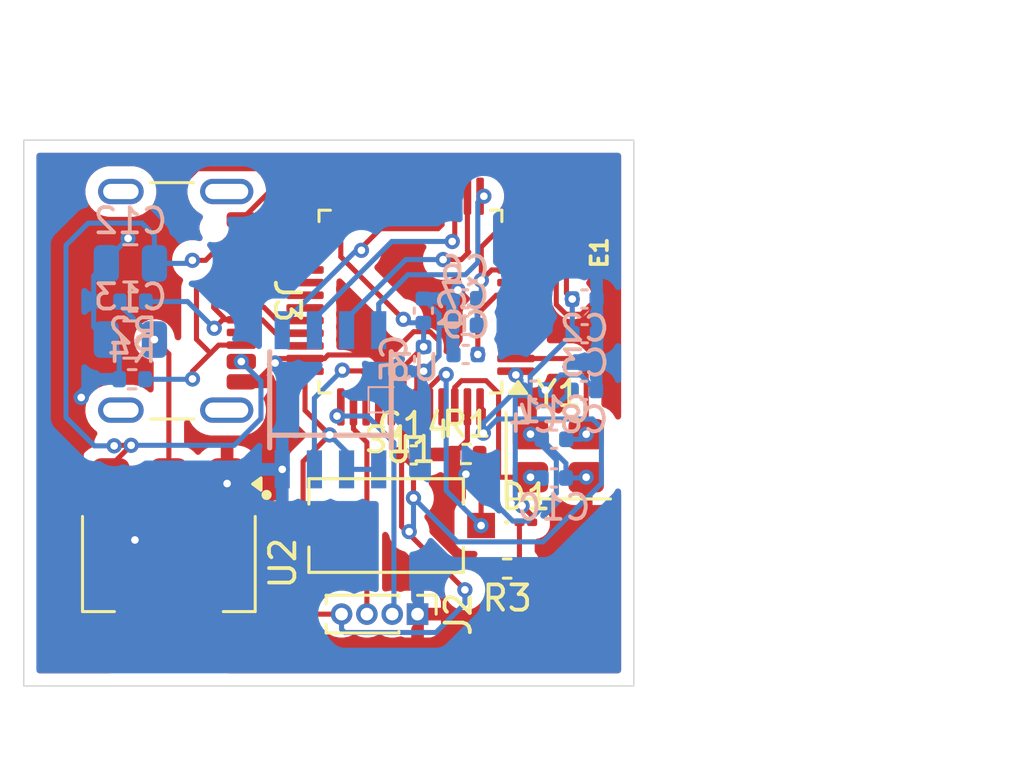
<source format=kicad_pcb>
(kicad_pcb (version 20241229) (generator "pcbnew") (generator_version "9.0")
  (layers (0 "F.Cu" signal) (2 "B.Cu" signal) (13 "F.Paste" user) (15 "B.Paste" user) (5 "F.SilkS" user "F.Silkscreen") (7 "B.SilkS" user "B.Silkscreen") (1 "F.Mask" user) (3 "B.Mask" user) (25 "Edge.Cuts" user))
  (net 0 "")
  (net 1 "GND")
  (net 2 "+3V3")
  (net 3 "+3.3VA")
  (net 4 "/NRST")
  (net 5 "/HSE_IN")
  (net 6 "/HSE_OUT")
  (net 7 "VBUS")
  (net 8 "/PWR_LED")
  (net 9 "/SWCLK")
  (net 10 "/SWDIO")
  (net 11 "/BOOT")
  (net 12 "/PGO_CTRL")
  (net 15 "/SDA")
  (net 17 "/S_OUT")
  (net 21 "/SCL")
  (net 33 "/DIR_CTRL")
  (net 40 "/D-")
  (net 41 "/D+")
  (net 42 "/CC")
  (footprint "Package_TO_SOT_SMD:SOT-223-3_TabPin2" (layer "F.Cu") (at 118.07 75.01 -90)
    (property "Reference" "U2" (at 0 -4.5 90) (layer "F.SilkS"))
    (property "Value" "AMS1117-3.3")
    (pad "1" smd roundrect (at -3.15 -2.3 270) (size 2 1.5) (layers "F.Cu" "F.Mask" "F.Paste") (net 1 "GND"))
    (pad "2" smd roundrect (at -3.15 0 270) (size 2 1.5) (layers "F.Cu" "F.Mask" "F.Paste") (net 2 "+3V3"))
    (pad "2" smd roundrect (at 3.15 0 270) (size 2 3.8) (layers "F.Cu" "F.Mask" "F.Paste") (net 2 "+3V3"))
    (pad "3" smd roundrect (at -3.15 2.3 270) (size 2 1.5) (layers "F.Cu" "F.Mask" "F.Paste") (net 7 "VBUS"))
  )
  (footprint "Capacitor_SMD:C_0402_1005Metric" (layer "F.Cu") (at 127.74 70.73)
    (property "Reference" "C14" (at 0 -1.16 0) (layer "F.SilkS"))
    (property "Value" "100n")
    (pad "1" smd roundrect (at -0.48 0) (size 0.56 0.62) (layers "F.Cu" "F.Mask" "F.Paste") (net 2 "+3V3"))
    (pad "2" smd roundrect (at 0.48 0) (size 0.56 0.62) (layers "F.Cu" "F.Mask" "F.Paste") (net 1 "GND"))
  )
  (footprint "Package_QFP:LQFP-48_7x7mm_P0.5mm" (layer "F.Cu") (at 127.61 64.67 180)
    (property "Reference" "U1" (at 0 -5.85 0) (layer "F.SilkS"))
    (property "Value" "STM32F103C8Tx")
    (pad "1" smd roundrect (at -4.1625 -2.75 180) (size 1.475 0.3) (layers "F.Cu" "F.Mask" "F.Paste") (net 2 "+3V3"))
    (pad "2" smd roundrect (at -4.1625 -2.25 180) (size 1.475 0.3) (layers "F.Cu" "F.Mask" "F.Paste") (net 6 "/HSE_OUT"))
    (pad "3" smd roundrect (at -4.1625 -1.75 180) (size 1.475 0.3) (layers "F.Cu" "F.Mask" "F.Paste"))
    (pad "4" smd roundrect (at -4.1625 -1.25 180) (size 1.475 0.3) (layers "F.Cu" "F.Mask" "F.Paste"))
    (pad "5" smd roundrect (at -4.1625 -0.75 180) (size 1.475 0.3) (layers "F.Cu" "F.Mask" "F.Paste"))
    (pad "6" smd roundrect (at -4.1625 -0.25 180) (size 1.475 0.3) (layers "F.Cu" "F.Mask" "F.Paste"))
    (pad "7" smd roundrect (at -4.1625 0.25 180) (size 1.475 0.3) (layers "F.Cu" "F.Mask" "F.Paste") (net 4 "/NRST"))
    (pad "8" smd roundrect (at -4.1625 0.75 180) (size 1.475 0.3) (layers "F.Cu" "F.Mask" "F.Paste") (net 1 "GND"))
    (pad "9" smd roundrect (at -4.1625 1.25 180) (size 1.475 0.3) (layers "F.Cu" "F.Mask" "F.Paste") (net 3 "+3.3VA"))
    (pad "10" smd roundrect (at -4.1625 1.75 180) (size 1.475 0.3) (layers "F.Cu" "F.Mask" "F.Paste"))
    (pad "11" smd roundrect (at -4.1625 2.25 180) (size 1.475 0.3) (layers "F.Cu" "F.Mask" "F.Paste"))
    (pad "12" smd roundrect (at -4.1625 2.75 180) (size 1.475 0.3) (layers "F.Cu" "F.Mask" "F.Paste") (net 3 "+3.3VA"))
    (pad "13" smd roundrect (at -2.75 4.1625 180) (size 0.3 1.475) (layers "F.Cu" "F.Mask" "F.Paste") (net 33 "/DIR_CTRL"))
    (pad "14" smd roundrect (at -2.25 4.1625 180) (size 0.3 1.475) (layers "F.Cu" "F.Mask" "F.Paste") (net 21 "/SCL"))
    (pad "15" smd roundrect (at -1.75 4.1625 180) (size 0.3 1.475) (layers "F.Cu" "F.Mask" "F.Paste") (net 15 "/SDA"))
    (pad "16" smd roundrect (at -1.25 4.1625 180) (size 0.3 1.475) (layers "F.Cu" "F.Mask" "F.Paste") (net 12 "/PGO_CTRL"))
    (pad "17" smd roundrect (at -0.75 4.1625 180) (size 0.3 1.475) (layers "F.Cu" "F.Mask" "F.Paste"))
    (pad "18" smd roundrect (at -0.25 4.1625 180) (size 0.3 1.475) (layers "F.Cu" "F.Mask" "F.Paste"))
    (pad "19" smd roundrect (at 0.25 4.1625 180) (size 0.3 1.475) (layers "F.Cu" "F.Mask" "F.Paste"))
    (pad "20" smd roundrect (at 0.75 4.1625 180) (size 0.3 1.475) (layers "F.Cu" "F.Mask" "F.Paste"))
    (pad "21" smd roundrect (at 1.25 4.1625 180) (size 0.3 1.475) (layers "F.Cu" "F.Mask" "F.Paste"))
    (pad "22" smd roundrect (at 1.75 4.1625 180) (size 0.3 1.475) (layers "F.Cu" "F.Mask" "F.Paste"))
    (pad "23" smd roundrect (at 2.25 4.1625 180) (size 0.3 1.475) (layers "F.Cu" "F.Mask" "F.Paste") (net 1 "GND"))
    (pad "24" smd roundrect (at 2.75 4.1625 180) (size 0.3 1.475) (layers "F.Cu" "F.Mask" "F.Paste") (net 2 "+3V3"))
    (pad "25" smd roundrect (at 4.1625 2.75 180) (size 1.475 0.3) (layers "F.Cu" "F.Mask" "F.Paste"))
    (pad "26" smd roundrect (at 4.1625 2.25 180) (size 1.475 0.3) (layers "F.Cu" "F.Mask" "F.Paste"))
    (pad "27" smd roundrect (at 4.1625 1.75 180) (size 1.475 0.3) (layers "F.Cu" "F.Mask" "F.Paste"))
    (pad "28" smd roundrect (at 4.1625 1.25 180) (size 1.475 0.3) (layers "F.Cu" "F.Mask" "F.Paste"))
    (pad "29" smd roundrect (at 4.1625 0.75 180) (size 1.475 0.3) (layers "F.Cu" "F.Mask" "F.Paste"))
    (pad "30" smd roundrect (at 4.1625 0.25 180) (size 1.475 0.3) (layers "F.Cu" "F.Mask" "F.Paste"))
    (pad "31" smd roundrect (at 4.1625 -0.25 180) (size 1.475 0.3) (layers "F.Cu" "F.Mask" "F.Paste"))
    (pad "32" smd roundrect (at 4.1625 -0.75 180) (size 1.475 0.3) (layers "F.Cu" "F.Mask" "F.Paste") (net 40 "/D-"))
    (pad "33" smd roundrect (at 4.1625 -1.25 180) (size 1.475 0.3) (layers "F.Cu" "F.Mask" "F.Paste") (net 41 "/D+"))
    (pad "34" smd roundrect (at 4.1625 -1.75 180) (size 1.475 0.3) (layers "F.Cu" "F.Mask" "F.Paste"))
    (pad "35" smd roundrect (at 4.1625 -2.25 180) (size 1.475 0.3) (layers "F.Cu" "F.Mask" "F.Paste") (net 1 "GND"))
    (pad "36" smd roundrect (at 4.1625 -2.75 180) (size 1.475 0.3) (layers "F.Cu" "F.Mask" "F.Paste") (net 2 "+3V3"))
    (pad "37" smd roundrect (at 2.75 -4.1625 180) (size 0.3 1.475) (layers "F.Cu" "F.Mask" "F.Paste") (net 9 "/SWCLK"))
    (pad "38" smd roundrect (at 2.25 -4.1625 180) (size 0.3 1.475) (layers "F.Cu" "F.Mask" "F.Paste") (net 10 "/SWDIO"))
    (pad "39" smd roundrect (at 1.75 -4.1625 180) (size 0.3 1.475) (layers "F.Cu" "F.Mask" "F.Paste") (net 17 "/S_OUT"))
    (pad "40" smd roundrect (at 1.25 -4.1625 180) (size 0.3 1.475) (layers "F.Cu" "F.Mask" "F.Paste"))
    (pad "41" smd roundrect (at 0.75 -4.1625 180) (size 0.3 1.475) (layers "F.Cu" "F.Mask" "F.Paste"))
    (pad "42" smd roundrect (at 0.25 -4.1625 180) (size 0.3 1.475) (layers "F.Cu" "F.Mask" "F.Paste") (net 2 "+3V3"))
    (pad "43" smd roundrect (at -0.25 -4.1625 180) (size 0.3 1.475) (layers "F.Cu" "F.Mask" "F.Paste") (net 1 "GND"))
    (pad "44" smd roundrect (at -0.75 -4.1625 180) (size 0.3 1.475) (layers "F.Cu" "F.Mask" "F.Paste") (net 11 "/BOOT"))
    (pad "45" smd roundrect (at -1.25 -4.1625 180) (size 0.3 1.475) (layers "F.Cu" "F.Mask" "F.Paste"))
    (pad "46" smd roundrect (at -1.75 -4.1625 180) (size 0.3 1.475) (layers "F.Cu" "F.Mask" "F.Paste") (net 5 "/HSE_IN"))
    (pad "47" smd roundrect (at -2.25 -4.1625 180) (size 0.3 1.475) (layers "F.Cu" "F.Mask" "F.Paste") (net 1 "GND"))
    (pad "48" smd roundrect (at -2.75 -4.1625 180) (size 0.3 1.475) (layers "F.Cu" "F.Mask" "F.Paste") (net 2 "+3V3"))
  )
  (footprint "Resistor_SMD:R_0402_1005Metric" (layer "F.Cu") (at 129.83 70.69)
    (property "Reference" "R1" (at 0 -1.17 0) (layer "F.SilkS"))
    (property "Value" "10k")
    (pad "1" smd roundrect (at -0.51 0) (size 0.54 0.64) (layers "F.Cu" "F.Mask" "F.Paste") (net 1 "GND"))
    (pad "2" smd roundrect (at 0.51 0) (size 0.54 0.64) (layers "F.Cu" "F.Mask" "F.Paste") (net 11 "/BOOT"))
  )
  (footprint "Connector_PinHeader_1.00mm:PinHeader_1x04_P1.00mm_Vertical" (layer "F.Cu") (at 127.89 77.02 -90)
    (property "Reference" "J2" (at 0 -1.61 90) (layer "F.SilkS"))
    (property "Value" "Conn_01x04_Pin")
    (pad "1" thru_hole rect (at 0 0 270) (size 0.85 0.85) (drill 0.5) (layers "*.Cu" "*.Mask") (net 1 "GND"))
    (pad "2" thru_hole circle (at 0 1 270) (size 0.85 0.85) (drill 0.5) (layers "*.Cu" "*.Mask") (net 9 "/SWCLK"))
    (pad "3" thru_hole circle (at 0 2 270) (size 0.85 0.85) (drill 0.5) (layers "*.Cu" "*.Mask") (net 10 "/SWDIO"))
    (pad "4" thru_hole circle (at 0 3 270) (size 0.85 0.85) (drill 0.5) (layers "*.Cu" "*.Mask") (net 2 "+3V3"))
  )
  (footprint "Resistor_SMD:R_0402_1005Metric" (layer "F.Cu") (at 131.43 75.22 180)
    (property "Reference" "R3" (at 0 -1.17 0) (layer "F.SilkS"))
    (property "Value" "1k5")
    (pad "1" smd roundrect (at -0.51 0 180) (size 0.54 0.64) (layers "F.Cu" "F.Mask" "F.Paste") (net 8 "/PWR_LED"))
    (pad "2" smd roundrect (at 0.51 0 180) (size 0.54 0.64) (layers "F.Cu" "F.Mask" "F.Paste") (net 1 "GND"))
  )
  (footprint "Connector_USB:USB_C_Receptacle_GCT_USB4105-xx-A_16P_TopMnt_Horizontal" (layer "F.Cu") (at 117.25 64.64 -90)
    (property "Reference" "J3" (at 0 -5.5 270) (layer "F.SilkS"))
    (property "Value" "USB_C_Receptacle_USB2.0_14P")
    (pad "" np_thru_hole circle (at -2.89 -2.605 270) (size 0.65 0.65) (drill 0.65) (layers "*.Cu" "*.Mask"))
    (pad "" np_thru_hole circle (at 2.89 -2.605 270) (size 0.65 0.65) (drill 0.65) (layers "*.Cu" "*.Mask"))
    (pad "A1" smd roundrect (at -3.2 -3.68 270) (size 0.6 1.15) (layers "F.Cu" "F.Mask" "F.Paste") (net 1 "GND"))
    (pad "A4" smd roundrect (at -2.4 -3.68 270) (size 0.6 1.15) (layers "F.Cu" "F.Mask" "F.Paste") (net 7 "VBUS"))
    (pad "A5" smd roundrect (at -1.25 -3.68 270) (size 0.3 1.15) (layers "F.Cu" "F.Mask" "F.Paste") (net 42 "/CC"))
    (pad "A6" smd roundrect (at -0.25 -3.68 270) (size 0.3 1.15) (layers "F.Cu" "F.Mask" "F.Paste") (net 41 "/D+"))
    (pad "A7" smd roundrect (at 0.25 -3.68 270) (size 0.3 1.15) (layers "F.Cu" "F.Mask" "F.Paste") (net 40 "/D-"))
    (pad "A8" smd roundrect (at 1.25 -3.68 270) (size 0.3 1.15) (layers "F.Cu" "F.Mask" "F.Paste"))
    (pad "A9" smd roundrect (at 2.4 -3.68 270) (size 0.6 1.15) (layers "F.Cu" "F.Mask" "F.Paste") (net 7 "VBUS"))
    (pad "A12" smd roundrect (at 3.2 -3.68 270) (size 0.6 1.15) (layers "F.Cu" "F.Mask" "F.Paste") (net 1 "GND"))
    (pad "B1" smd roundrect (at 3.2 -3.68 270) (size 0.6 1.15) (layers "F.Cu" "F.Mask" "F.Paste") (net 1 "GND"))
    (pad "B4" smd roundrect (at 2.4 -3.68 270) (size 0.6 1.15) (layers "F.Cu" "F.Mask" "F.Paste") (net 7 "VBUS"))
    (pad "B5" smd roundrect (at 1.75 -3.68 270) (size 0.3 1.15) (layers "F.Cu" "F.Mask" "F.Paste") (net 42 "/CC"))
    (pad "B6" smd roundrect (at 0.75 -3.68 270) (size 0.3 1.15) (layers "F.Cu" "F.Mask" "F.Paste") (net 41 "/D+"))
    (pad "B7" smd roundrect (at -0.75 -3.68 270) (size 0.3 1.15) (layers "F.Cu" "F.Mask" "F.Paste") (net 40 "/D-"))
    (pad "B8" smd roundrect (at -1.75 -3.68 270) (size 0.3 1.15) (layers "F.Cu" "F.Mask" "F.Paste"))
    (pad "B9" smd roundrect (at -2.4 -3.68 270) (size 0.6 1.15) (layers "F.Cu" "F.Mask" "F.Paste") (net 7 "VBUS"))
    (pad "B12" smd roundrect (at -3.2 -3.68 270) (size 0.6 1.15) (layers "F.Cu" "F.Mask" "F.Paste") (net 1 "GND"))
    (pad "S1" thru_hole oval (at -4.32 -3.105 270) (size 1 2.1) (drill oval 0.6 1.7) (property pad_prop_heatsink) (layers "*.Cu" "*.Mask" "F.Paste"))
    (pad "S1" thru_hole oval (at -4.32 1.075 270) (size 1 1.8) (drill oval 0.6 1.4) (property pad_prop_heatsink) (layers "*.Cu" "*.Mask" "F.Paste"))
    (pad "S1" thru_hole oval (at 4.32 -3.105 270) (size 1 2.1) (drill oval 0.6 1.7) (property pad_prop_heatsink) (layers "*.Cu" "*.Mask" "F.Paste"))
    (pad "S1" thru_hole oval (at 4.32 1.075 270) (size 1 1.8) (drill oval 0.6 1.4) (property pad_prop_heatsink) (layers "*.Cu" "*.Mask" "F.Paste"))
  )
  (footprint "LED_SMD:LED_01005_0402Metric" (layer "F.Cu") (at 132.165 73.39)
    (property "Reference" "D1" (at 0 -1 0) (layer "F.SilkS"))
    (property "Value" "LED")
    (pad "1" smd roundrect (at -0.25 0) (size 0.4 0.3) (layers "F.Cu" "F.Mask") (net 8 "/PWR_LED"))
    (pad "2" smd roundrect (at 0.25 0) (size 0.4 0.3) (layers "F.Cu" "F.Mask") (net 2 "+3V3"))
  )
  (footprint "LI0603G121R-10:FB_LI0603G121R-10" (layer "F.Cu") (at 133.77 62.26 -90)
    (property "Reference" "E1" (at 0.482 -1.3064 90) (layer "F.SilkS") (effects (font (size 0.64 0.64))))
    (property "Value" "LI0603G121R-10")
    (pad "1" smd rect (at -0.8 0 270) (size 1 0.8) (layers "F.Cu" "F.Mask" "F.Paste") (net 3 "+3.3VA"))
    (pad "2" smd rect (at 0.8 0 270) (size 1 0.8) (layers "F.Cu" "F.Mask" "F.Paste") (net 2 "+3V3"))
  )
  (footprint "TS09-63-25-R-260-SMT-TR:SW_TS09-63-25-R-260-SMT-TR" (layer "F.Cu") (at 126.65 73.52)
    (property "Reference" "S1" (at 0.075 -3.385 0) (layer "F.SilkS"))
    (property "Value" "TS09-63-25-R-260-SMT-TR")
    (pad "1" smd rect (at -3.75 0) (size 1.1 1) (layers "F.Cu" "F.Mask" "F.Paste") (net 2 "+3V3"))
    (pad "2" smd rect (at 3.75 0) (size 1.1 1) (layers "F.Cu" "F.Mask" "F.Paste") (net 11 "/BOOT"))
  )
  (footprint "Crystal:Crystal_SMD_3225-4Pin_3.2x2.5mm" (layer "F.Cu") (at 133.45 70.76)
    (property "Reference" "Y1" (at 0 -2.45 0) (layer "F.SilkS"))
    (property "Value" "8MHz")
    (pad "1" smd roundrect (at -1.1 0.85) (size 1.4 1.2) (layers "F.Cu" "F.Mask" "F.Paste") (roundrect_rratio 0.208333) (net 5 "/HSE_IN"))
    (pad "2" smd roundrect (at 1.1 0.85) (size 1.4 1.2) (layers "F.Cu" "F.Mask" "F.Paste") (roundrect_rratio 0.208333) (net 1 "GND"))
    (pad "3" smd roundrect (at 1.1 -0.85) (size 1.4 1.2) (layers "F.Cu" "F.Mask" "F.Paste") (roundrect_rratio 0.208333) (net 6 "/HSE_OUT"))
    (pad "4" smd roundrect (at -1.1 -0.85) (size 1.4 1.2) (layers "F.Cu" "F.Mask" "F.Paste") (roundrect_rratio 0.208333) (net 1 "GND"))
  )
  (footprint "Capacitor_SMD:C_0402_1005Metric" (layer "B.Cu") (at 134.46 68.18)
    (property "Reference" "C8" (at 0 1.16 0) (layer "B.SilkS") (effects (justify mirror)))
    (property "Value" "1u")
    (pad "1" smd roundrect (at -0.48 0) (size 0.56 0.62) (layers "B.Cu" "B.Mask" "B.Paste") (net 2 "+3V3"))
    (pad "2" smd roundrect (at 0.48 0) (size 0.56 0.62) (layers "B.Cu" "B.Mask" "B.Paste") (net 1 "GND"))
  )
  (footprint "Capacitor_SMD:C_0402_1005Metric" (layer "B.Cu") (at 134.48 64.57)
    (property "Reference" "C2" (at 0 1.16 0) (layer "B.SilkS") (effects (justify mirror)))
    (property "Value" "100n")
    (pad "1" smd roundrect (at -0.48 0) (size 0.56 0.62) (layers "B.Cu" "B.Mask" "B.Paste") (net 2 "+3V3"))
    (pad "2" smd roundrect (at 0.48 0) (size 0.56 0.62) (layers "B.Cu" "B.Mask" "B.Paste") (net 1 "GND"))
  )
  (footprint "Capacitor_SMD:C_0805_2012Metric" (layer "B.Cu") (at 116.55 63.16 180)
    (property "Reference" "C12" (at 0 1.68 0) (layer "B.SilkS") (effects (justify mirror)))
    (property "Value" "22u")
    (pad "1" smd roundrect (at -0.95 0 180) (size 1 1.45) (layers "B.Cu" "B.Mask" "B.Paste") (net 7 "VBUS"))
    (pad "2" smd roundrect (at 0.95 0 180) (size 1 1.45) (layers "B.Cu" "B.Mask" "B.Paste") (net 1 "GND"))
  )
  (footprint "Capacitor_SMD:C_0402_1005Metric" (layer "B.Cu") (at 129.75 65.61 180)
    (property "Reference" "C7" (at 0 1.16 0) (layer "B.SilkS") (effects (justify mirror)))
    (property "Value" "1u")
    (pad "1" smd roundrect (at -0.48 0 180) (size 0.56 0.62) (layers "B.Cu" "B.Mask" "B.Paste") (net 3 "+3.3VA"))
    (pad "2" smd roundrect (at 0.48 0 180) (size 0.56 0.62) (layers "B.Cu" "B.Mask" "B.Paste") (net 1 "GND"))
  )
  (footprint "Capacitor_SMD:C_0402_1005Metric" (layer "B.Cu") (at 132.46 68.17)
    (property "Reference" "C4" (at 0 1.16 0) (layer "B.SilkS") (effects (justify mirror)))
    (property "Value" "100n")
    (pad "1" smd roundrect (at -0.48 0) (size 0.56 0.62) (layers "B.Cu" "B.Mask" "B.Paste") (net 2 "+3V3"))
    (pad "2" smd roundrect (at 0.48 0) (size 0.56 0.62) (layers "B.Cu" "B.Mask" "B.Paste") (net 1 "GND"))
  )
  (footprint "AS5600:SOIC8" (layer "B.Cu") (at 124.45175 68.55 180)
    (property "Reference" "U3" (at -3.302 1.27 0) (layer "B.SilkS") (effects (justify mirror)))
    (property "Value" "AS5600")
    (pad "1" smd rect (at -1.905 -2.75 180) (size 0.6 1.5) (layers "B.Cu" "B.Mask" "B.Paste") (net 2 "+3V3"))
    (pad "2" smd rect (at -0.635 -2.75 180) (size 0.6 1.5) (layers "B.Cu" "B.Mask" "B.Paste") (net 2 "+3V3"))
    (pad "3" smd rect (at 0.635 -2.75 180) (size 0.6 1.5) (layers "B.Cu" "B.Mask" "B.Paste") (net 17 "/S_OUT"))
    (pad "4" smd rect (at 1.905 -2.75 180) (size 0.6 1.5) (layers "B.Cu" "B.Mask" "B.Paste") (net 1 "GND"))
    (pad "5" smd rect (at 1.905 2.75 180) (size 0.6 1.5) (layers "B.Cu" "B.Mask" "B.Paste") (net 12 "/PGO_CTRL"))
    (pad "6" smd rect (at 0.635 2.75 180) (size 0.6 1.5) (layers "B.Cu" "B.Mask" "B.Paste") (net 15 "/SDA"))
    (pad "7" smd rect (at -0.635 2.75 180) (size 0.6 1.5) (layers "B.Cu" "B.Mask" "B.Paste") (net 21 "/SCL"))
    (pad "8" smd rect (at -1.905 2.75 180) (size 0.6 1.5) (layers "B.Cu" "B.Mask" "B.Paste") (net 33 "/DIR_CTRL"))
  )
  (footprint "Capacitor_SMD:C_0402_1005Metric" (layer "B.Cu") (at 128.12 65.03 90)
    (property "Reference" "C1" (at 0 1.16 90) (layer "B.SilkS") (effects (justify mirror)))
    (property "Value" "100n")
    (pad "1" smd roundrect (at -0.48 0 90) (size 0.56 0.62) (layers "B.Cu" "B.Mask" "B.Paste") (net 2 "+3V3"))
    (pad "2" smd roundrect (at 0.48 0 90) (size 0.56 0.62) (layers "B.Cu" "B.Mask" "B.Paste") (net 1 "GND"))
  )
  (footprint "Capacitor_SMD:C_0805_2012Metric" (layer "B.Cu") (at 116.55 66.17 180)
    (property "Reference" "C13" (at 0 1.68 0) (layer "B.SilkS") (effects (justify mirror)))
    (property "Value" "22u")
    (pad "1" smd roundrect (at -0.95 0 180) (size 1 1.45) (layers "B.Cu" "B.Mask" "B.Paste") (net 2 "+3V3"))
    (pad "2" smd roundrect (at 0.95 0 180) (size 1 1.45) (layers "B.Cu" "B.Mask" "B.Paste") (net 1 "GND"))
  )
  (footprint "Capacitor_SMD:C_0402_1005Metric" (layer "B.Cu") (at 129.76 64.56 180)
    (property "Reference" "C6" (at 0 1.16 0) (layer "B.SilkS") (effects (justify mirror)))
    (property "Value" "10u")
    (pad "1" smd roundrect (at -0.48 0 180) (size 0.56 0.62) (layers "B.Cu" "B.Mask" "B.Paste") (net 3 "+3.3VA"))
    (pad "2" smd roundrect (at 0.48 0 180) (size 0.56 0.62) (layers "B.Cu" "B.Mask" "B.Paste") (net 1 "GND"))
  )
  (footprint "Resistor_SMD:R_0402_1005Metric" (layer "B.Cu") (at 116.62 67.74 180)
    (property "Reference" "R4" (at 0 1.17 0) (layer "B.SilkS") (effects (justify mirror)))
    (property "Value" "5k1")
    (pad "1" smd roundrect (at -0.51 0 180) (size 0.54 0.64) (layers "B.Cu" "B.Mask" "B.Paste") (net 42 "/CC"))
    (pad "2" smd roundrect (at 0.51 0 180) (size 0.54 0.64) (layers "B.Cu" "B.Mask" "B.Paste") (net 1 "GND"))
  )
  (footprint "Capacitor_SMD:C_0402_1005Metric" (layer "B.Cu") (at 133.27 71.64)
    (property "Reference" "C10" (at 0 1.16 0) (layer "B.SilkS") (effects (justify mirror)))
    (property "Value" "10p")
    (pad "1" smd roundrect (at -0.48 0) (size 0.56 0.62) (layers "B.Cu" "B.Mask" "B.Paste") (net 5 "/HSE_IN"))
    (pad "2" smd roundrect (at 0.48 0) (size 0.56 0.62) (layers "B.Cu" "B.Mask" "B.Paste") (net 1 "GND"))
  )
  (footprint "Capacitor_SMD:C_0402_1005Metric" (layer "B.Cu") (at 133.28 70.11 180)
    (property "Reference" "C11" (at 0 1.16 0) (layer "B.SilkS") (effects (justify mirror)))
    (property "Value" "10p")
    (pad "1" smd roundrect (at -0.48 0 180) (size 0.56 0.62) (layers "B.Cu" "B.Mask" "B.Paste") (net 6 "/HSE_OUT"))
    (pad "2" smd roundrect (at 0.48 0 180) (size 0.56 0.62) (layers "B.Cu" "B.Mask" "B.Paste") (net 1 "GND"))
  )
  (footprint "Capacitor_SMD:C_0402_1005Metric" (layer "B.Cu") (at 129.79 66.76 180)
    (property "Reference" "C9" (at 0 1.16 0) (layer "B.SilkS") (effects (justify mirror)))
    (property "Value" "100n")
    (pad "1" smd roundrect (at -0.48 0 180) (size 0.56 0.62) (layers "B.Cu" "B.Mask" "B.Paste") (net 4 "/NRST"))
    (pad "2" smd roundrect (at 0.48 0 180) (size 0.56 0.62) (layers "B.Cu" "B.Mask" "B.Paste") (net 1 "GND"))
  )
  (footprint "Capacitor_SMD:C_0402_1005Metric" (layer "B.Cu") (at 128.13 66.94 -90)
    (property "Reference" "C5" (at 0 1.16 90) (layer "B.SilkS") (effects (justify mirror)))
    (property "Value" "10u")
    (pad "1" smd roundrect (at -0.48 0 270) (size 0.56 0.62) (layers "B.Cu" "B.Mask" "B.Paste") (net 2 "+3V3"))
    (pad "2" smd roundrect (at 0.48 0 270) (size 0.56 0.62) (layers "B.Cu" "B.Mask" "B.Paste") (net 1 "GND"))
  )
  (footprint "Capacitor_SMD:C_0402_1005Metric" (layer "B.Cu") (at 134.49 65.94)
    (property "Reference" "C3" (at 0 1.16 0) (layer "B.SilkS") (effects (justify mirror)))
    (property "Value" "100n")
    (pad "1" smd roundrect (at -0.48 0) (size 0.56 0.62) (layers "B.Cu" "B.Mask" "B.Paste") (net 2 "+3V3"))
    (pad "2" smd roundrect (at 0.48 0) (size 0.56 0.62) (layers "B.Cu" "B.Mask" "B.Paste") (net 1 "GND"))
  )
  (footprint "Resistor_SMD:R_0402_1005Metric" (layer "B.Cu") (at 116.65 64.67)
    (property "Reference" "R2" (at 0 1.17 0) (layer "B.SilkS") (effects (justify mirror)))
    (property "Value" "1k5")
    (pad "1" smd roundrect (at -0.51 0) (size 0.54 0.64) (layers "B.Cu" "B.Mask" "B.Paste") (net 2 "+3V3"))
    (pad "2" smd roundrect (at 0.51 0) (size 0.54 0.64) (layers "B.Cu" "B.Mask" "B.Paste") (net 41 "/D+"))
  )
  (gr_rect (start 112.34 58.29) (end 136.43 79.86) (stroke (width 0.05)) (fill no) (layer "Edge.Cuts"))
  (segment (start 129.86 70.15) (end 129.86 68.8325) (width 0.2) (layer "F.Cu") (net 1))
  (segment (start 116.043992 74.09) (end 116.73 74.09) (width 0.2) (layer "F.Cu") (net 1))
  (segment (start 114.61 72.656008) (end 116.043992 74.09) (width 0.2) (layer "F.Cu") (net 1))
  (segment (start 128.731 66.211057) (end 128.378943 65.859) (width 0.2) (layer "F.Cu") (net 1))
  (segment (start 133.369 63.92) (end 133.369 64.788943) (width 0.2) (layer "F.Cu") (net 1))
  (segment (start 127.7381 65.859) (end 126.8181 66.779) (width 0.2) (layer "F.Cu") (net 1))
  (segment (start 134.359 65.171) (end 135.29 64.24) (width 0.2) (layer "F.Cu") (net 1))
  (segment (start 131.7725 63.92) (end 133.369 63.92) (width 0.2) (layer "F.Cu") (net 1))
  (segment (start 130.2 77.02) (end 130.92 76.3) (width 0.2) (layer "F.Cu") (net 1))
  (segment (start 124.359824 66.779) (end 124.218824 66.92) (width 0.2) (layer "F.Cu") (net 1))
  (segment (start 130.92 75.22) (end 131.541 75.841) (width 0.2) (layer "F.Cu") (net 1))
  (segment (start 122.264415 67.097661) (end 122.442076 66.92) (width 0.2) (layer "F.Cu") (net 1))
  (segment (start 125.36 59.37) (end 125.36 60.5075) (width 0.2) (layer "F.Cu") (net 1))
  (segment (start 124.93 58.94) (end 125.36 59.37) (width 0.2) (layer "F.Cu") (net 1))
  (segment (start 128.378943 65.859) (end 128.24 65.859) (width 0.2) (layer "F.Cu") (net 1))
  (segment (start 133.369 64.788943) (end 133.751057 65.171) (width 0.2) (layer "F.Cu") (net 1))
  (segment (start 124.218824 66.92) (end 123.4475 66.92) (width 0.2) (layer "F.Cu") (net 1))
  (segment (start 116.46 62.16) (end 119.2 59.42) (width 0.2) (layer "F.Cu") (net 1))
  (segment (start 129.32 71.01) (end 129.8 71.49) (width 0.2) (layer "F.Cu") (net 1))
  (segment (start 128.731 66.819) (end 128.731 66.211057) (width 0.2) (layer "F.Cu") (net 1))
  (segment (start 126.8181 66.779) (end 124.359824 66.779) (width 0.2) (layer "F.Cu") (net 1))
  (segment (start 119.2 59.42) (end 122.95 59.42) (width 0.2) (layer "F.Cu") (net 1))
  (segment (start 133.751057 65.171) (end 134.359 65.171) (width 0.2) (layer "F.Cu") (net 1))
  (segment (start 121.98675 71.86) (end 122.54675 71.3) (width 0.2) (layer "F.Cu") (net 1))
  (segment (start 116.46 62.17) (end 116.46 62.16) (width 0.2) (layer "F.Cu") (net 1))
  (segment (start 132.25934 75.841) (end 134.55 73.55034) (width 0.2) (layer "F.Cu") (net 1))
  (segment (start 129.32 70.69) (end 129.86 70.15) (width 0.2) (layer "F.Cu") (net 1))
  (segment (start 120.93 61.44) (end 122.95 59.42) (width 0.2) (layer "F.Cu") (net 1))
  (segment (start 129.484097 64.21) (end 128.24 65.454097) (width 0.2) (layer "F.Cu") (net 1))
  (segment (start 127.86 67.69) (end 128.13 67.42) (width 0.2) (layer "F.Cu") (net 1))
  (segment (start 120.93 67.84) (end 121.522076 67.84) (width 0.2) (layer "F.Cu") (net 1))
  (segment (start 127.89 77.02) (end 130.2 77.02) (width 0.2) (layer "F.Cu") (net 1))
  (segment (start 128.13 67.42) (end 128.731 66.819) (width 0.2) (layer "F.Cu") (net 1))
  (segment (start 132.35 68.76) (end 132.94 68.17) (width 0.2) (layer "F.Cu") (net 1))
  (segment (start 131.541 75.841) (end 132.25934 75.841) (width 0.2) (layer "F.Cu") (net 1))
  (segment (start 128.22 70.73) (end 129.28 70.73) (width 0.2) (layer "F.Cu") (net 1))
  (segment (start 123.43 58.94) (end 124.93 58.94) (width 0.2) (layer "F.Cu") (net 1))
  (segment (start 122.95 59.42) (end 123.43 58.94) (width 0.2) (layer "F.Cu") (net 1))
  (segment (start 128.24 65.859) (end 127.7381 65.859) (width 0.2) (layer "F.Cu") (net 1))
  (segment (start 120.37 71.86) (end 121.98675 71.86) (width 0.2) (layer "F.Cu") (net 1))
  (segment (start 114.61 68.46) (end 114.61 72.656008) (width 0.2) (layer "F.Cu") (net 1))
  (segment (start 132.35 69.91) (end 132.35 68.76) (width 0.2) (layer "F.Cu") (net 1))
  (segment (start 127.86 70.37) (end 127.86 68.8325) (width 0.2) (layer "F.Cu") (net 1))
  (segment (start 127.86 68.8325) (end 127.86 67.69) (width 0.2) (layer "F.Cu") (net 1))
  (segment (start 128.22 70.73) (end 127.86 70.37) (width 0.2) (layer "F.Cu") (net 1))
  (segment (start 121.522076 67.84) (end 122.264415 67.097661) (width 0.2) (layer "F.Cu") (net 1))
  (segment (start 134.55 73.55034) (end 134.55 71.61) (width 0.2) (layer "F.Cu") (net 1))
  (segment (start 122.442076 66.92) (end 123.4475 66.92) (width 0.2) (layer "F.Cu") (net 1))
  (segment (start 129.28 70.73) (end 129.32 70.69) (width 0.2) (layer "F.Cu") (net 1))
  (segment (start 128.24 65.454097) (end 128.24 65.859) (width 0.2) (layer "F.Cu") (net 1))
  (segment (start 129.32 70.69) (end 129.32 71.01) (width 0.2) (layer "F.Cu") (net 1))
  (segment (start 130.92 76.3) (end 130.92 75.22) (width 0.2) (layer "F.Cu") (net 1))
  (via (at 114.61 68.46) (size 0.6) (drill 0.3) (layers "F.Cu" "B.Cu") (net 1))
  (via (at 129.8 71.49) (size 0.6) (drill 0.3) (layers "F.Cu" "B.Cu") (net 1))
  (via (at 129.484097 64.21) (size 0.6) (drill 0.3) (layers "F.Cu" "B.Cu") (net 1))
  (via (at 120.37 71.86) (size 0.6) (drill 0.3) (layers "F.Cu" "B.Cu") (net 1))
  (via (at 132.35 69.91) (size 0.6) (drill 0.3) (layers "F.Cu" "B.Cu") (net 1))
  (via (at 132.94 68.17) (size 0.6) (drill 0.3) (layers "F.Cu" "B.Cu") (net 1))
  (via (at 128.13 67.42) (size 0.6) (drill 0.3) (layers "F.Cu" "B.Cu") (net 1))
  (via (at 122.54675 71.3) (size 0.6) (drill 0.3) (layers "F.Cu" "B.Cu") (net 1))
  (via (at 116.73 74.09) (size 0.6) (drill 0.3) (layers "F.Cu" "B.Cu") (net 1))
  (via (at 122.264415 67.097661) (size 0.6) (drill 0.3) (layers "F.Cu" "B.Cu") (net 1))
  (via (at 116.46 62.17) (size 0.6) (drill 0.3) (layers "F.Cu" "B.Cu") (net 1))
  (via (at 134.55 71.61) (size 0.6) (drill 0.3) (layers "F.Cu" "B.Cu") (net 1))
  (segment (start 132.55 70.11) (end 132.35 69.91) (width 0.2) (layer "B.Cu") (net 1))
  (segment (start 115.6 66.17) (end 115.100062 65.670062) (width 0.2) (layer "B.Cu") (net 1))
  (segment (start 115.100062 63.659938) (end 115.6 63.16) (width 0.2) (layer "B.Cu") (net 1))
  (segment (start 133.541 67.569) (end 132.94 68.17) (width 0.2) (layer "B.Cu") (net 1))
  (segment (start 129.28 64.56) (end 129.28 64.414097) (width 0.2) (layer "B.Cu") (net 1))
  (segment (start 129.27 64.57) (end 129.28 64.56) (width 0.2) (layer "B.Cu") (net 1))
  (segment (start 129.27 65.61) (end 129.27 64.57) (width 0.2) (layer "B.Cu") (net 1))
  (segment (start 134.94 65.97) (end 134.97 65.94) (width 0.2) (layer "B.Cu") (net 1))
  (segment (start 128.741 66.809) (end 128.741 65.61) (width 0.2) (layer "B.Cu") (net 1))
  (segment (start 116.11 67.74) (end 115.06 67.74) (width 0.2) (layer "B.Cu") (net 1))
  (segment (start 122.54675 67.379996) (end 122.264415 67.097661) (width 0.2) (layer "B.Cu") (net 1))
  (segment (start 133.75 71.64) (end 134.52 71.64) (width 0.2) (layer "B.Cu") (net 1))
  (segment (start 131.651 73.341) (end 132.266484 73.341) (width 0.2) (layer "B.Cu") (net 1))
  (segment (start 115.06 67.74) (end 115 67.8) (width 0.2) (layer "B.Cu") (net 1))
  (segment (start 115 67.8) (end 114.411 68.389) (width 0.2) (layer "B.Cu") (net 1))
  (segment (start 129.27 65.61) (end 129.27 66.72) (width 0.2) (layer "B.Cu") (net 1))
  (segment (start 114.411 68.389) (end 114.411 68.46) (width 0.2) (layer "B.Cu") (net 1))
  (segment (start 134.52 71.64) (end 134.55 71.61) (width 0.2) (layer "B.Cu") (net 1))
  (segment (start 116.11 66.68) (end 115.6 66.17) (width 0.2) (layer "B.Cu") (net 1))
  (segment (start 129.28 64.414097) (end 129.484097 64.21) (width 0.2) (layer "B.Cu") (net 1))
  (segment (start 133.75 71.06) (end 132.8 70.11) (width 0.2) (layer "B.Cu") (net 1))
  (segment (start 129.8 71.49) (end 131.651 73.341) (width 0.2) (layer "B.Cu") (net 1))
  (segment (start 115.100062 65.670062) (end 115.100062 63.659938) (width 0.2) (layer "B.Cu") (net 1))
  (segment (start 134.94 68.18) (end 134.94 65.97) (width 0.2) (layer "B.Cu") (net 1))
  (segment (start 122.54675 71.3) (end 122.54675 67.379996) (width 0.2) (layer "B.Cu") (net 1))
  (segment (start 134.97 64.58) (end 134.96 64.57) (width 0.2) (layer "B.Cu") (net 1))
  (segment (start 134.97 65.94) (end 134.97 64.58) (width 0.2) (layer "B.Cu") (net 1))
  (segment (start 115.6 63.03) (end 116.46 62.17) (width 0.2) (layer "B.Cu") (net 1))
  (segment (start 133.75 71.64) (end 133.75 71.06) (width 0.2) (layer "B.Cu") (net 1))
  (segment (start 132.8 70.11) (end 132.55 70.11) (width 0.2) (layer "B.Cu") (net 1))
  (segment (start 132.266484 73.341) (end 133.371 72.236484) (width 0.2) (layer "B.Cu") (net 1))
  (segment (start 133.371 70.931) (end 132.35 69.91) (width 0.2) (layer "B.Cu") (net 1))
  (segment (start 115.6 63.16) (end 115.6 63.03) (width 0.2) (layer "B.Cu") (net 1))
  (segment (start 128.12 64.55) (end 129.27 64.55) (width 0.2) (layer "B.Cu") (net 1))
  (segment (start 128.13 67.42) (end 128.741 66.809) (width 0.2) (layer "B.Cu") (net 1))
  (segment (start 134.329 67.569) (end 133.541 67.569) (width 0.2) (layer "B.Cu") (net 1))
  (segment (start 129.27 65.61) (end 128.741 65.61) (width 0.2) (layer "B.Cu") (net 1))
  (segment (start 133.371 72.236484) (end 133.371 70.931) (width 0.2) (layer "B.Cu") (net 1))
  (segment (start 129.27 66.72) (end 129.31 66.76) (width 0.2) (layer "B.Cu") (net 1))
  (segment (start 129.27 64.55) (end 129.28 64.56) (width 0.2) (layer "B.Cu") (net 1))
  (segment (start 116.11 67.74) (end 116.11 66.68) (width 0.2) (layer "B.Cu") (net 1))
  (segment (start 116.73 74.09) (end 118.14 74.09) (width 0.2) (layer "B.Cu") (net 1))
  (segment (start 134.94 68.18) (end 134.329 67.569) (width 0.2) (layer "B.Cu") (net 1))
  (segment (start 114.411 68.46) (end 114.61 68.46) (width 0.2) (layer "B.Cu") (net 1))
  (segment (start 128.741 65.61) (end 128.741 65.171) (width 0.2) (layer "B.Cu") (net 1))
  (segment (start 128.741 65.171) (end 128.12 64.55) (width 0.2) (layer "B.Cu") (net 1))
  (segment (start 118.14 74.09) (end 120.37 71.86) (width 0.2) (layer "B.Cu") (net 1))
  (segment (start 124.89 77.02) (end 123.31 77.02) (width 0.2) (layer "F.Cu") (net 2))
  (segment (start 127.26 73.56) (end 129.76 76.06) (width 0.2) (layer "F.Cu") (net 2))
  (segment (start 127.73 72.43) (end 127.73 71.2) (width 0.2) (layer "F.Cu") (net 2))
  (segment (start 124.86 62.9) (end 124.86 60.5075) (width 0.2) (layer "F.Cu") (net 2))
  (segment (start 122.9 76.61) (end 122.9 77.29) (width 0.2) (layer "F.Cu") (net 2))
  (segment (start 123.37 70.984785) (end 124.41675 69.938035) (width 0.2) (layer "F.Cu") (net 2))
  (segment (start 127.36 68.8325) (end 127.36 67.23) (width 0.2) (layer "F.Cu") (net 2))
  (segment (start 123.4475 68.968785) (end 123.4475 67.42) (width 0.2) (layer "F.Cu") (net 2))
  (segment (start 133.77 64.34) (end 134 64.57) (width 0.2) (layer "F.Cu") (net 2))
  (segment (start 127.73 71.2) (end 127.26 70.73) (width 0.2) (layer "F.Cu") (net 2))
  (segment (start 118.07 66.74) (end 117.5 66.17) (width 0.2) (layer "F.Cu") (net 2))
  (segment (start 130.49 68.9625) (end 130.36 68.8325) (width 0.2) (layer "F.Cu") (net 2))
  (segment (start 118.07 78.16) (end 118.07 71.86) (width 0.2) (layer "F.Cu") (net 2))
  (segment (start 127.36 70.63) (end 127.36 68.8325) (width 0.2) (layer "F.Cu") (net 2))
  (segment (start 123.31 77.02) (end 122.9 76.61) (width 0.2) (layer "F.Cu") (net 2))
  (segment (start 118.07 71.86) (end 118.07 66.74) (width 0.2) (layer "F.Cu") (net 2))
  (segment (start 130.49 69.87) (end 130.49 68.9625) (width 0.2) (layer "F.Cu") (net 2))
  (segment (start 122.03 78.16) (end 118.07 78.16) (width 0.2) (layer "F.Cu") (net 2))
  (segment (start 127.26 70.73) (end 127.36 70.63) (width 0.2) (layer "F.Cu") (net 2))
  (segment (start 132.415 73.137459) (end 132.017541 72.74) (width 0.2) (layer "F.Cu") (net 2))
  (segment (start 122.9 77.29) (end 122.03 78.16) (width 0.2) (layer "F.Cu") (net 2))
  (segment (start 132.415 73.39) (end 132.415 73.137459) (width 0.2) (layer "F.Cu") (net 2))
  (segment (start 122.9 73.52) (end 123.37 73.05) (width 0.2) (layer "F.Cu") (net 2))
  (segment (start 127.26 70.73) (end 127.26 73.56) (width 0.2) (layer "F.Cu") (net 2))
  (segment (start 127.36 67.23) (end 128.13 66.46) (width 0.2) (layer "F.Cu") (net 2))
  (segment (start 123.37 73.05) (end 123.37 70.984785) (width 0.2) (layer "F.Cu") (net 2))
  (segment (start 124.41675 69.938035) (end 123.4475 68.968785) (width 0.2) (layer "F.Cu") (net 2))
  (segment (start 127.33 65.37) (end 124.86 62.9) (width 0.2) (layer "F.Cu") (net 2))
  (segment (start 122.9 73.52) (end 122.9 76.61) (width 0.2) (layer "F.Cu") (net 2))
  (segment (start 133.77 63.06) (end 133.77 64.34) (width 0.2) (layer "F.Cu") (net 2))
  (via (at 132.017541 72.74) (size 0.6) (drill 0.3) (layers "F.Cu" "B.Cu") (net 2))
  (via (at 127.73 72.43) (size 0.6) (drill 0.3) (layers "F.Cu" "B.Cu") (net 2))
  (via (at 127.33 65.37) (size 0.6) (drill 0.3) (layers "F.Cu" "B.Cu") (net 2))
  (via (at 131.7725 67.57) (size 0.6) (drill 0.3) (layers "F.Cu" "B.Cu") (net 2))
  (via (at 117.5 66.17) (size 0.6) (drill 0.3) (layers "F.Cu" "B.Cu") (net 2))
  (via (at 127.56 73.76) (size 0.6) (drill 0.3) (layers "F.Cu" "B.Cu") (net 2))
  (via (at 129.76 76.06) (size 0.6) (drill 0.3) (layers "F.Cu" "B.Cu") (net 2))
  (via (at 130.49 69.87) (size 0.6) (drill 0.3) (layers "F.Cu" "B.Cu") (net 2))
  (via (at 128.13 66.46) (size 0.6) (drill 0.3) (layers "F.Cu" "B.Cu") (net 2))
  (via (at 124.41675 69.938035) (size 0.6) (drill 0.3) (layers "F.Cu" "B.Cu") (net 2))
  (via (at 134 64.57) (size 0.6) (drill 0.3) (layers "F.Cu" "B.Cu") (net 2))
  (segment (start 129.76 76.602) (end 128.616 77.746) (width 0.2) (layer "B.Cu") (net 2))
  (segment (start 131.051 69.309) (end 134.798943 69.309) (width 0.2) (layer "B.Cu") (net 2))
  (segment (start 125.08675 71.3) (end 125.08675 70.608035) (width 0.2) (layer "B.Cu") (net 2))
  (segment (start 128.13 66.46) (end 128.13 65.52) (width 0.2) (layer "B.Cu") (net 2))
  (segment (start 131.98 67.7775) (end 131.7725 67.57) (width 0.2) (layer "B.Cu") (net 2))
  (segment (start 130.49 69.47) (end 130.49 69.87) (width 0.2) (layer "B.Cu") (net 2))
  (segment (start 127.73 72.43) (end 127.73 73.59) (width 0.2) (layer "B.Cu") (net 2))
  (segment (start 134 65.93) (end 134.01 65.94) (width 0.2) (layer "B.Cu") (net 2))
  (segment (start 124.89 77.62104) (end 124.89 77.02) (width 0.2) (layer "B.Cu") (net 2))
  (segment (start 127.73 73.59) (end 127.56 73.76) (width 0.2) (layer "B.Cu") (net 2))
  (segment (start 133.379 68.781) (end 132.591 68.781) (width 0.2) (layer "B.Cu") (net 2))
  (segment (start 132.339 68.50655) (end 132.61345 68.781) (width 0.2) (layer "B.Cu") (net 2))
  (segment (start 132.591 68.781) (end 131.98 68.17) (width 0.2) (layer "B.Cu") (net 2))
  (segment (start 134 64.57) (end 134 65.93) (width 0.2) (layer "B.Cu") (net 2))
  (segment (start 132.61345 68.781) (end 133.379 68.781) (width 0.2) (layer "B.Cu") (net 2))
  (segment (start 126.35675 71.3) (end 125.08675 71.3) (width 0.2) (layer "B.Cu") (net 2))
  (segment (start 132.339 67.611) (end 132.339 68.50655) (width 0.2) (layer "B.Cu") (net 2))
  (segment (start 133.379 68.781) (end 133.98 68.18) (width 0.2) (layer "B.Cu") (net 2))
  (segment (start 131.749 72.471459) (end 131.749 68.401) (width 0.2) (layer "B.Cu") (net 2))
  (segment (start 130.49 69.87) (end 131.051 69.309) (width 0.2) (layer "B.Cu") (net 2))
  (segment (start 134.01 65.94) (end 132.339 67.611) (width 0.2) (layer "B.Cu") (net 2))
  (segment (start 126.35675 71.3) (end 126.35675 71.80325) (width 0.2) (layer "B.Cu") (net 2))
  (segment (start 132.846 74.163943) (end 129.463943 74.163943) (width 0.2) (layer "B.Cu") (net 2))
  (segment (start 116.14 64.67) (end 116.14 64.81) (width 0.2) (layer "B.Cu") (net 2))
  (segment (start 128.12 65.51) (end 127.47 65.51) (width 0.2) (layer "B.Cu") (net 2))
  (segment (start 116.14 64.81) (end 117.5 66.17) (width 0.2) (layer "B.Cu") (net 2))
  (segment (start 125.08675 70.608035) (end 124.41675 69.938035) (width 0.2) (layer "B.Cu") (net 2))
  (segment (start 125.01496 77.746) (end 124.89 77.62104) (width 0.2) (layer "B.Cu") (net 2))
  (segment (start 128.616 77.746) (end 125.01496 77.746) (width 0.2) (layer "B.Cu") (net 2))
  (segment (start 135.151 69.661057) (end 135.151 71.858943) (width 0.2) (layer "B.Cu") (net 2))
  (segment (start 127.47 65.51) (end 127.33 65.37) (width 0.2) (layer "B.Cu") (net 2))
  (segment (start 131.98 68.17) (end 131.79 68.17) (width 0.2) (layer "B.Cu") (net 2))
  (segment (start 131.79 68.17) (end 130.49 69.47) (width 0.2) (layer "B.Cu") (net 2))
  (segment (start 131.98 68.17) (end 131.98 67.7775) (width 0.2) (layer "B.Cu") (net 2))
  (segment (start 131.749 68.401) (end 131.98 68.17) (width 0.2) (layer "B.Cu") (net 2))
  (segment (start 128.13 65.52) (end 128.12 65.51) (width 0.2) (layer "B.Cu") (net 2))
  (segment (start 129.76 76.06) (end 129.76 76.602) (width 0.2) (layer "B.Cu") (net 2))
  (segment (start 132.017541 72.74) (end 131.749 72.471459) (width 0.2) (layer "B.Cu") (net 2))
  (segment (start 129.463943 74.163943) (end 127.73 72.43) (width 0.2) (layer "B.Cu") (net 2))
  (segment (start 134.798943 69.309) (end 135.151 69.661057) (width 0.2) (layer "B.Cu") (net 2))
  (segment (start 135.151 71.858943) (end 132.846 74.163943) (width 0.2) (layer "B.Cu") (net 2))
  (segment (start 133.31 61.92) (end 133.77 61.46) (width 0.2) (layer "F.Cu") (net 3))
  (segment (start 130.408265 62.512911) (end 130.408265 63.830265) (width 0.2) (layer "F.Cu") (net 3))
  (segment (start 131.7725 61.92) (end 131.001176 61.92) (width 0.2) (layer "F.Cu") (net 3))
  (segment (start 131.001176 61.92) (end 130.408265 62.512911) (width 0.2) (layer "F.Cu") (net 3))
  (segment (start 131.7725 61.92) (end 133.31 61.92) (width 0.2) (layer "F.Cu") (net 3))
  (segment (start 130.81853 63.42) (end 130.408265 63.830265) (width 0.2) (layer "F.Cu") (net 3))
  (segment (start 131.7725 63.42) (end 130.81853 63.42) (width 0.2) (layer "F.Cu") (net 3))
  (via (at 130.408265 63.830265) (size 0.6) (drill 0.3) (layers "F.Cu" "B.Cu") (net 3))
  (segment (start 130.24 65.6) (end 130.23 65.61) (width 0.2) (layer "B.Cu") (net 3))
  (segment (start 130.408265 63.830265) (end 130.408265 64.391735) (width 0.2) (layer "B.Cu") (net 3))
  (segment (start 130.24 64.56) (end 130.24 65.6) (width 0.2) (layer "B.Cu") (net 3))
  (segment (start 130.408265 64.391735) (end 130.24 64.56) (width 0.2) (layer "B.Cu") (net 3))
  (segment (start 131.7725 64.42) (end 131.001176 64.42) (width 0.2) (layer "F.Cu") (net 4))
  (segment (start 131.001176 64.42) (end 130.27 65.151176) (width 0.2) (layer "F.Cu") (net 4))
  (segment (start 130.27 65.151176) (end 130.27 66.76) (width 0.2) (layer "F.Cu") (net 4))
  (via (at 130.27 66.76) (size 0.6) (drill 0.3) (layers "F.Cu" "B.Cu") (net 4))
  (segment (start 131.16 71.61) (end 132.35 71.61) (width 0.2) (layer "F.Cu") (net 5))
  (segment (start 131.09 68.291176) (end 131.09 71.52) (width 0.2) (layer "F.Cu") (net 5))
  (segment (start 129.36 68.061176) (end 129.627176 67.794) (width 0.2) (layer "F.Cu") (net 5))
  (segment (start 131.09 71.52) (end 131.08 71.53) (width 0.2) (layer "F.Cu") (net 5))
  (segment (start 130.592824 67.794) (end 131.09 68.291176) (width 0.2) (layer "F.Cu") (net 5))
  (segment (start 129.627176 67.794) (end 130.592824 67.794) (width 0.2) (layer "F.Cu") (net 5))
  (segment (start 129.36 68.8325) (end 129.36 68.061176) (width 0.2) (layer "F.Cu") (net 5))
  (segment (start 131.08 71.53) (end 131.16 71.61) (width 0.2) (layer "F.Cu") (net 5))
  (via (at 132.35 71.61) (size 0.6) (drill 0.3) (layers "F.Cu" "B.Cu") (net 5))
  (segment (start 132.79 71.64) (end 132.38 71.64) (width 0.2) (layer "B.Cu") (net 5))
  (segment (start 132.38 71.64) (end 132.35 71.61) (width 0.2) (layer "B.Cu") (net 5))
  (segment (start 133.98 66.92) (end 134.55 67.49) (width 0.2) (layer "F.Cu") (net 6))
  (segment (start 134.55 67.49) (end 134.55 69.91) (width 0.2) (layer "F.Cu") (net 6))
  (segment (start 131.7725 66.92) (end 133.98 66.92) (width 0.2) (layer "F.Cu") (net 6))
  (via (at 134.55 69.91) (size 0.6) (drill 0.3) (layers "F.Cu" "B.Cu") (net 6))
  (segment (start 134.35 70.11) (end 134.55 69.91) (width 0.2) (layer "B.Cu") (net 6))
  (segment (start 133.76 70.11) (end 134.35 70.11) (width 0.2) (layer "B.Cu") (net 6))
  (segment (start 119.521008 63.04) (end 120.321008 62.24) (width 0.2) (layer "F.Cu") (net 7))
  (segment (start 116.58 70.35) (end 115.93 70.35) (width 0.2) (layer "F.Cu") (net 7))
  (segment (start 115.77 71.86) (end 115.77 71.16) (width 0.2) (layer "F.Cu") (net 7))
  (segment (start 115.93 70.35) (end 115.91 70.37) (width 0.2) (layer "F.Cu") (net 7))
  (segment (start 115.77 71.16) (end 116.58 70.35) (width 0.2) (layer "F.Cu") (net 7))
  (segment (start 120.321008 62.24) (end 120.93 62.24) (width 0.2) (layer "F.Cu") (net 7))
  (segment (start 119 63.04) (end 119.521008 63.04) (width 0.2) (layer "F.Cu") (net 7))
  (via (at 116.58 70.35) (size 0.6) (drill 0.3) (layers "F.Cu" "B.Cu") (net 7))
  (via (at 119 63.04) (size 0.6) (drill 0.3) (layers "F.Cu" "B.Cu") (net 7))
  (via (at 120.93 67.04) (size 0.6) (drill 0.3) (layers "F.Cu" "B.Cu") (net 7))
  (via (at 115.91 70.37) (size 0.6) (drill 0.3) (layers "F.Cu" "B.Cu") (net 7))
  (segment (start 114.01 62.44) (end 114.88 61.57) (width 0.2) (layer "B.Cu") (net 7))
  (segment (start 115.13 70.37) (end 114.01 69.25) (width 0.2) (layer "B.Cu") (net 7))
  (segment (start 117.5 62.06) (end 117.5 63.16) (width 0.2) (layer "B.Cu") (net 7))
  (segment (start 120.647785 70.35) (end 121.706 69.291785) (width 0.2) (layer "B.Cu") (net 7))
  (segment (start 117.5 63.16) (end 118.88 63.16) (width 0.2) (layer "B.Cu") (net 7))
  (segment (start 117.01 61.57) (end 117.5 62.06) (width 0.2) (layer "B.Cu") (net 7))
  (segment (start 116.58 70.35) (end 120.647785 70.35) (width 0.2) (layer "B.Cu") (net 7))
  (segment (start 115.91 70.37) (end 115.13 70.37) (width 0.2) (layer "B.Cu") (net 7))
  (segment (start 118.88 63.16) (end 119 63.04) (width 0.2) (layer "B.Cu") (net 7))
  (segment (start 114.88 61.57) (end 117.01 61.57) (width 0.2) (layer "B.Cu") (net 7))
  (segment (start 114.01 69.25) (end 114.01 62.44) (width 0.2) (layer "B.Cu") (net 7))
  (segment (start 121.706 67.816) (end 120.93 67.04) (width 0.2) (layer "B.Cu") (net 7))
  (segment (start 121.706 69.291785) (end 121.706 67.816) (width 0.2) (layer "B.Cu") (net 7))
  (segment (start 131.914 75.194) (end 131.914 73.39) (width 0.2) (layer "F.Cu") (net 8))
  (segment (start 131.94 75.22) (end 131.914 75.194) (width 0.2) (layer "F.Cu") (net 8))
  (segment (start 124.86 69.043719) (end 124.71 69.193719) (width 0.2) (layer "F.Cu") (net 9))
  (segment (start 124.86 68.8325) (end 124.86 69.043719) (width 0.2) (layer "F.Cu") (net 9))
  (via (at 124.71 69.193719) (size 0.6) (drill 0.3) (layers "F.Cu" "B.Cu") (net 9))
  (segment (start 126.95775 76.95225) (end 126.89 77.02) (width 0.2) (layer "B.Cu") (net 9))
  (segment (start 125.902469 69.193719) (end 126.95775 70.249) (width 0.2) (layer "B.Cu") (net 9))
  (segment (start 124.71 69.193719) (end 125.902469 69.193719) (width 0.2) (layer "B.Cu") (net 9))
  (segment (start 126.95775 70.249) (end 126.95775 76.95225) (width 0.2) (layer "B.Cu") (net 9))
  (segment (start 125.89 70.231824) (end 125.36 69.701824) (width 0.2) (layer "F.Cu") (net 10))
  (segment (start 125.89 77.02) (end 125.89 70.231824) (width 0.2) (layer "F.Cu") (net 10))
  (segment (start 125.36 69.701824) (end 125.36 68.8325) (width 0.2) (layer "F.Cu") (net 10))
  (segment (start 130.4 70.75) (end 130.34 70.69) (width 0.2) (layer "F.Cu") (net 11))
  (segment (start 128.868483 67.552693) (end 129.019956 67.552693) (width 0.2) (layer "F.Cu") (net 11))
  (segment (start 130.4 73.52) (end 130.4 70.75) (width 0.2) (layer "F.Cu") (net 11))
  (segment (start 128.36 68.061176) (end 128.868483 67.552693) (width 0.2) (layer "F.Cu") (net 11))
  (segment (start 128.36 68.8325) (end 128.36 68.061176) (width 0.2) (layer "F.Cu") (net 11))
  (via (at 129.019956 67.552693) (size 0.6) (drill 0.3) (layers "F.Cu" "B.Cu") (net 11))
  (via (at 130.4 73.52) (size 0.6) (drill 0.3) (layers "F.Cu" "B.Cu") (net 11))
  (segment (start 129.019956 72.139956) (end 130.4 73.52) (width 0.2) (layer "B.Cu") (net 11))
  (segment (start 129.019956 67.552693) (end 129.019956 72.139956) (width 0.2) (layer "B.Cu") (net 11))
  (segment (start 125.67411 62.54589) (end 126.43 61.79) (width 0.2) (layer "F.Cu") (net 12))
  (segment (start 128.86 61.63) (end 128.86 60.5075) (width 0.2) (layer "F.Cu") (net 12))
  (segment (start 128.7 61.79) (end 128.86 61.63) (width 0.2) (layer "F.Cu") (net 12))
  (segment (start 125.67411 62.64411) (end 125.67411 62.54589) (width 0.2) (layer "F.Cu") (net 12))
  (segment (start 126.43 61.79) (end 128.7 61.79) (width 0.2) (layer "F.Cu") (net 12))
  (via (at 125.67411 62.64411) (size 0.6) (drill 0.3) (layers "F.Cu" "B.Cu") (net 12))
  (segment (start 122.54675 65.8) (end 122.54675 65.57325) (width 0.2) (layer "B.Cu") (net 12))
  (segment (start 125.47589 62.64411) (end 125.67411 62.64411) (width 0.2) (layer "B.Cu") (net 12))
  (segment (start 122.54675 65.57325) (end 125.47589 62.64411) (width 0.2) (layer "B.Cu") (net 12))
  (segment (start 129.36 62.195577) (end 129.36 60.5075) (width 0.2) (layer "F.Cu") (net 15))
  (segment (start 129.26 62.295577) (end 129.36 62.195577) (width 0.2) (layer "F.Cu") (net 15))
  (via (at 129.26 62.295577) (size 0.6) (drill 0.3) (layers "F.Cu" "B.Cu") (net 15))
  (segment (start 126.871173 62.295577) (end 129.26 62.295577) (width 0.2) (layer "B.Cu") (net 15))
  (segment (start 123.81675 65.35) (end 126.871173 62.295577) (width 0.2) (layer "B.Cu") (net 15))
  (segment (start 123.81675 65.8) (end 123.81675 65.35) (width 0.2) (layer "B.Cu") (net 15))
  (segment (start 124.95 67.41) (end 125.7 67.41) (width 0.2) (layer "F.Cu") (net 17))
  (segment (start 124.92 67.38) (end 124.95 67.41) (width 0.2) (layer "F.Cu") (net 17))
  (segment (start 125.7 67.41) (end 125.86 67.57) (width 0.2) (layer "F.Cu") (net 17))
  (segment (start 125.86 67.57) (end 125.86 68.8325) (width 0.2) (layer "F.Cu") (net 17))
  (via (at 124.92 67.38) (size 0.6) (drill 0.3) (layers "F.Cu" "B.Cu") (net 17))
  (segment (start 123.81675 68.48325) (end 124.92 67.38) (width 0.2) (layer "B.Cu") (net 17))
  (segment (start 123.81675 71.3) (end 123.81675 68.48325) (width 0.2) (layer "B.Cu") (net 17))
  (segment (start 129.86 62.67) (end 129.86 60.5075) (width 0.2) (layer "F.Cu") (net 21))
  (segment (start 128.9 63.01) (end 129.62 63.01) (width 0.2) (layer "F.Cu") (net 21))
  (segment (start 129.62 63.01) (end 129.91 62.72) (width 0.2) (layer "F.Cu") (net 21))
  (segment (start 129.91 62.72) (end 129.86 62.67) (width 0.2) (layer "F.Cu") (net 21))
  (via (at 128.9 63.01) (size 0.6) (drill 0.3) (layers "F.Cu" "B.Cu") (net 21))
  (segment (start 125.08675 65.8) (end 125.08675 65.35) (width 0.2) (layer "B.Cu") (net 21))
  (segment (start 127.42675 63.01) (end 128.9 63.01) (width 0.2) (layer "B.Cu") (net 21))
  (segment (start 125.08675 65.35) (end 127.42675 63.01) (width 0.2) (layer "B.Cu") (net 21))
  (via (at 130.51 60.5075) (size 0.6) (drill 0.3) (layers "F.Cu" "B.Cu") (net 33))
  (segment (start 126.35675 64.76325) (end 127.51 63.61) (width 0.2) (layer "B.Cu") (net 33))
  (segment (start 129.78 63.61) (end 130.27 63.12) (width 0.2) (layer "B.Cu") (net 33))
  (segment (start 127.51 63.61) (end 129.78 63.61) (width 0.2) (layer "B.Cu") (net 33))
  (segment (start 130.27 63.12) (end 130.27 60.7475) (width 0.2) (layer "B.Cu") (net 33))
  (segment (start 126.35675 65.8) (end 126.35675 64.76325) (width 0.2) (layer "B.Cu") (net 33))
  (segment (start 130.27 60.7475) (end 130.51 60.5075) (width 0.2) (layer "B.Cu") (net 33))
  (segment (start 120.93 64.89) (end 121.82 64.89) (width 0.2) (layer "F.Cu") (net 40))
  (segment (start 122.35 65.42) (end 123.4475 65.42) (width 0.2) (layer "F.Cu") (net 40))
  (segment (start 121.88 64.548824) (end 121.88 63.96) (width 0.2) (layer "F.Cu") (net 40))
  (segment (start 121.88 63.96) (end 121.81 63.89) (width 0.2) (layer "F.Cu") (net 40))
  (segment (start 120.93 64.89) (end 121.538824 64.89) (width 0.2) (layer "F.Cu") (net 40))
  (segment (start 121.81 63.89) (end 120.93 63.89) (width 0.2) (layer "F.Cu") (net 40))
  (segment (start 121.538824 64.89) (end 121.88 64.548824) (width 0.2) (layer "F.Cu") (net 40))
  (segment (start 121.82 64.89) (end 122.35 65.42) (width 0.2) (layer "F.Cu") (net 40))
  (segment (start 120.93 65.39) (end 120.321176 65.39) (width 0.2) (layer "F.Cu") (net 41))
  (segment (start 122.2829 65.92) (end 123.4475 65.92) (width 0.2) (layer "F.Cu") (net 41))
  (segment (start 120.321176 65.39) (end 119.84 64.908824) (width 0.2) (layer "F.Cu") (net 41))
  (segment (start 120.93 65.39) (end 120.195657 65.39) (width 0.2) (layer "F.Cu") (net 41))
  (segment (start 121.7529 65.39) (end 122.2829 65.92) (width 0.2) (layer "F.Cu") (net 41))
  (segment (start 119.84 64.68) (end 120.13 64.39) (width 0.2) (layer "F.Cu") (net 41))
  (segment (start 120.13 64.39) (end 120.93 64.39) (width 0.2) (layer "F.Cu") (net 41))
  (segment (start 120.93 65.39) (end 121.7529 65.39) (width 0.2) (layer "F.Cu") (net 41))
  (segment (start 119.84 64.908824) (end 119.84 64.68) (width 0.2) (layer "F.Cu") (net 41))
  (segment (start 120.195657 65.39) (end 119.862119 65.723538) (width 0.2) (layer "F.Cu") (net 41))
  (via (at 119.862119 65.723538) (size 0.6) (drill 0.3) (layers "F.Cu" "B.Cu") (net 41))
  (segment (start 118.808581 64.67) (end 117.16 64.67) (width 0.2) (layer "B.Cu") (net 41))
  (segment (start 119.862119 65.723538) (end 118.808581 64.67) (width 0.2) (layer "B.Cu") (net 41))
  (segment (start 119.714496 66.714496) (end 120.038992 66.39) (width 0.2) (layer "F.Cu") (net 42))
  (segment (start 120.038992 66.39) (end 120.93 66.39) (width 0.2) (layer "F.Cu") (net 42))
  (segment (start 119.002505 67.727176) (end 119.002505 67.426487) (width 0.2) (layer "F.Cu") (net 42))
  (segment (start 119.92 63.39) (end 120.93 63.39) (width 0.2) (layer "F.Cu") (net 42))
  (segment (start 119.002505 67.426487) (end 119.714496 66.714496) (width 0.2) (layer "F.Cu") (net 42))
  (segment (start 119.714496 66.714496) (end 119.16 66.16) (width 0.2) (layer "F.Cu") (net 42))
  (segment (start 119.16 64.15) (end 119.92 63.39) (width 0.2) (layer "F.Cu") (net 42))
  (segment (start 119.16 66.16) (end 119.16 64.15) (width 0.2) (layer "F.Cu") (net 42))
  (via (at 119.002505 67.727176) (size 0.6) (drill 0.3) (layers "F.Cu" "B.Cu") (net 42))
  (segment (start 118.985329 67.71) (end 119.002505 67.727176) (width 0.2) (layer "B.Cu") (net 42))
  (segment (start 117.13 67.74) (end 118.989681 67.74) (width 0.2) (layer "B.Cu") (net 42))
  (segment (start 118.989681 67.74) (end 119.002505 67.727176) (width 0.2) (layer "B.Cu") (net 42))
  (zone (net 1) (net_name "GND") (layer "F.Cu") (priority 1) (connect_pads (clearance 0.5)) (min_thickness 0.25) (fill yes (thermal_gap 0.5) (thermal_bridge_width 0.5))
    (polygon (pts (xy 111.78 57.54) (xy 137.93 57.63) (xy 138.12 80.2) (xy 111.78 79.89) (xy 111.77 57.47)))
  )
  (zone (net 1) (net_name "GND") (layer "B.Cu") (connect_pads (clearance 0.5)) (min_thickness 0.25) (fill yes (thermal_gap 0.5) (thermal_bridge_width 0.5))
    (polygon (pts (xy 111.71 57.9) (xy 138.05 57.99) (xy 138.05 79.79) (xy 111.76 79.97) (xy 111.72 57.9) (xy 111.72 57.89)))
  )
)
</source>
